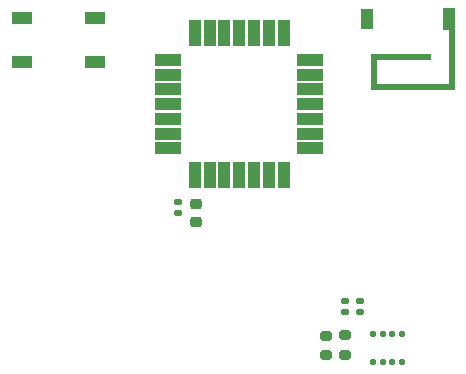
<source format=gtp>
G04 #@! TF.GenerationSoftware,KiCad,Pcbnew,(6.0.1)*
G04 #@! TF.CreationDate,2022-09-21T11:39:00+02:00*
G04 #@! TF.ProjectId,LoRa-E5_BME680,4c6f5261-2d45-4355-9f42-4d453638302e,rev?*
G04 #@! TF.SameCoordinates,Original*
G04 #@! TF.FileFunction,Paste,Top*
G04 #@! TF.FilePolarity,Positive*
%FSLAX46Y46*%
G04 Gerber Fmt 4.6, Leading zero omitted, Abs format (unit mm)*
G04 Created by KiCad (PCBNEW (6.0.1)) date 2022-09-21 11:39:00*
%MOMM*%
%LPD*%
G01*
G04 APERTURE LIST*
G04 Aperture macros list*
%AMRoundRect*
0 Rectangle with rounded corners*
0 $1 Rounding radius*
0 $2 $3 $4 $5 $6 $7 $8 $9 X,Y pos of 4 corners*
0 Add a 4 corners polygon primitive as box body*
4,1,4,$2,$3,$4,$5,$6,$7,$8,$9,$2,$3,0*
0 Add four circle primitives for the rounded corners*
1,1,$1+$1,$2,$3*
1,1,$1+$1,$4,$5*
1,1,$1+$1,$6,$7*
1,1,$1+$1,$8,$9*
0 Add four rect primitives between the rounded corners*
20,1,$1+$1,$2,$3,$4,$5,0*
20,1,$1+$1,$4,$5,$6,$7,0*
20,1,$1+$1,$6,$7,$8,$9,0*
20,1,$1+$1,$8,$9,$2,$3,0*%
%AMFreePoly0*
4,1,13,0.500000,-6.000000,-6.600000,-6.000000,-6.600000,-3.000000,-1.500000,-3.000000,-1.500000,-3.500000,-6.100000,-3.500000,-6.100000,-5.500000,0.000000,-5.500000,0.000000,-0.900000,-0.500000,-0.900000,-0.500000,0.900000,0.500000,0.900000,0.500000,-6.000000,0.500000,-6.000000,$1*%
G04 Aperture macros list end*
%ADD10RoundRect,0.225000X-0.250000X0.225000X-0.250000X-0.225000X0.250000X-0.225000X0.250000X0.225000X0*%
%ADD11RoundRect,0.200000X0.275000X-0.200000X0.275000X0.200000X-0.275000X0.200000X-0.275000X-0.200000X0*%
%ADD12RoundRect,0.140000X-0.170000X0.140000X-0.170000X-0.140000X0.170000X-0.140000X0.170000X0.140000X0*%
%ADD13FreePoly0,0.000000*%
%ADD14R,1.000000X1.800000*%
%ADD15RoundRect,0.125000X0.125000X0.137500X-0.125000X0.137500X-0.125000X-0.137500X0.125000X-0.137500X0*%
%ADD16R,1.000000X2.300000*%
%ADD17R,2.300000X1.000000*%
%ADD18R,1.800000X1.100000*%
G04 APERTURE END LIST*
D10*
X112242000Y-95376000D03*
X112242000Y-96926000D03*
D11*
X124817000Y-108168500D03*
X124817000Y-106518500D03*
D12*
X110742000Y-95216000D03*
X110742000Y-96176000D03*
D13*
X133692000Y-79751000D03*
D14*
X126692000Y-79751000D03*
D15*
X129642000Y-108776000D03*
X128842000Y-108776000D03*
X128042000Y-108776000D03*
X127242000Y-108776000D03*
X127242000Y-106401000D03*
X128042000Y-106401000D03*
X128842000Y-106401000D03*
X129642000Y-106401000D03*
D16*
X112150000Y-92950000D03*
X113400000Y-92950000D03*
X114650000Y-92950000D03*
X115900000Y-92950000D03*
X117150000Y-92950000D03*
X118400000Y-92950000D03*
X119650000Y-92950000D03*
D17*
X121900000Y-90700000D03*
X121900000Y-89450000D03*
X121900000Y-88200000D03*
X121900000Y-86950000D03*
X121900000Y-85700000D03*
X121900000Y-84450000D03*
X121900000Y-83200000D03*
D16*
X119650000Y-80950000D03*
X118400000Y-80950000D03*
X117150000Y-80950000D03*
X115900000Y-80950000D03*
X114650000Y-80950000D03*
X113400000Y-80950000D03*
X112150000Y-80950000D03*
D17*
X109900000Y-83200000D03*
X109900000Y-84450000D03*
X109900000Y-85700000D03*
X109900000Y-86950000D03*
X109900000Y-88200000D03*
X109900000Y-89450000D03*
X109900000Y-90700000D03*
D11*
X123242000Y-108193500D03*
X123242000Y-106543500D03*
D12*
X126121000Y-103583500D03*
X126121000Y-104543500D03*
D18*
X97484000Y-79684000D03*
X103684000Y-79684000D03*
X97484000Y-83384000D03*
X103684000Y-83384000D03*
D12*
X124851000Y-103608500D03*
X124851000Y-104568500D03*
M02*

</source>
